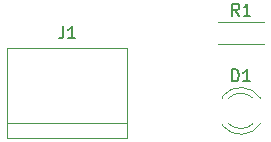
<source format=gbr>
G04 #@! TF.GenerationSoftware,KiCad,Pcbnew,6.0.11*
G04 #@! TF.CreationDate,2023-05-11T20:54:07+08:00*
G04 #@! TF.ProjectId,1LED-TH,314c4544-2d54-4482-9e6b-696361645f70,rev?*
G04 #@! TF.SameCoordinates,Original*
G04 #@! TF.FileFunction,Legend,Top*
G04 #@! TF.FilePolarity,Positive*
%FSLAX46Y46*%
G04 Gerber Fmt 4.6, Leading zero omitted, Abs format (unit mm)*
G04 Created by KiCad (PCBNEW 6.0.11) date 2023-05-11 20:54:07*
%MOMM*%
%LPD*%
G01*
G04 APERTURE LIST*
%ADD10C,0.150000*%
%ADD11C,0.120000*%
G04 APERTURE END LIST*
D10*
X63333333Y-171252380D02*
X63000000Y-170776190D01*
X62761904Y-171252380D02*
X62761904Y-170252380D01*
X63142857Y-170252380D01*
X63238095Y-170300000D01*
X63285714Y-170347619D01*
X63333333Y-170442857D01*
X63333333Y-170585714D01*
X63285714Y-170680952D01*
X63238095Y-170728571D01*
X63142857Y-170776190D01*
X62761904Y-170776190D01*
X64285714Y-171252380D02*
X63714285Y-171252380D01*
X64000000Y-171252380D02*
X64000000Y-170252380D01*
X63904761Y-170395238D01*
X63809523Y-170490476D01*
X63714285Y-170538095D01*
X48434666Y-172172380D02*
X48434666Y-172886666D01*
X48387047Y-173029523D01*
X48291809Y-173124761D01*
X48148952Y-173172380D01*
X48053714Y-173172380D01*
X49434666Y-173172380D02*
X48863238Y-173172380D01*
X49148952Y-173172380D02*
X49148952Y-172172380D01*
X49053714Y-172315238D01*
X48958476Y-172410476D01*
X48863238Y-172458095D01*
X62726904Y-176816380D02*
X62726904Y-175816380D01*
X62965000Y-175816380D01*
X63107857Y-175864000D01*
X63203095Y-175959238D01*
X63250714Y-176054476D01*
X63298333Y-176244952D01*
X63298333Y-176387809D01*
X63250714Y-176578285D01*
X63203095Y-176673523D01*
X63107857Y-176768761D01*
X62965000Y-176816380D01*
X62726904Y-176816380D01*
X64250714Y-176816380D02*
X63679285Y-176816380D01*
X63965000Y-176816380D02*
X63965000Y-175816380D01*
X63869761Y-175959238D01*
X63774523Y-176054476D01*
X63679285Y-176102095D01*
D11*
X61580000Y-173640000D02*
X65420000Y-173640000D01*
X61580000Y-171800000D02*
X65420000Y-171800000D01*
X43688000Y-173990000D02*
X43688000Y-181610000D01*
X53848000Y-181610000D02*
X53848000Y-173990000D01*
X53848000Y-180340000D02*
X43688000Y-180340000D01*
X43688000Y-181610000D02*
X53848000Y-181610000D01*
X53848000Y-173990000D02*
X43688000Y-173990000D01*
X61905000Y-178088000D02*
X61905000Y-178244000D01*
X61905000Y-180404000D02*
X61905000Y-180560000D01*
X64506130Y-178244163D02*
G75*
G03*
X62424039Y-178244000I-1041130J-1079837D01*
G01*
X61905000Y-180559516D02*
G75*
G03*
X65137335Y-180402608I1560000J1235516D01*
G01*
X62424039Y-180404000D02*
G75*
G03*
X64506130Y-180403837I1040961J1080000D01*
G01*
X65137335Y-178245392D02*
G75*
G03*
X61905000Y-178088484I-1672335J-1078608D01*
G01*
M02*

</source>
